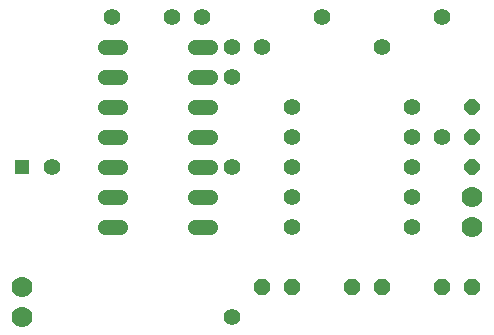
<source format=gtl>
G75*
%MOIN*%
%OFA0B0*%
%FSLAX25Y25*%
%IPPOS*%
%LPD*%
%AMOC8*
5,1,8,0,0,1.08239X$1,22.5*
%
%ADD10C,0.05543*%
%ADD11R,0.04756X0.04756*%
%ADD12C,0.05150*%
%ADD13C,0.07000*%
%ADD14OC8,0.05150*%
%ADD15OC8,0.05200*%
D10*
X0022260Y0061000D03*
X0082260Y0061000D03*
X0102260Y0061000D03*
X0102260Y0071000D03*
X0102260Y0081000D03*
X0082260Y0091000D03*
X0082260Y0101000D03*
X0092260Y0101000D03*
X0072260Y0111000D03*
X0062260Y0111000D03*
X0042260Y0111000D03*
X0112260Y0111000D03*
X0132260Y0101000D03*
X0152260Y0111000D03*
X0142260Y0081000D03*
X0142260Y0071000D03*
X0152260Y0071000D03*
X0142260Y0061000D03*
X0142260Y0051000D03*
X0142260Y0041000D03*
X0102260Y0041000D03*
X0102260Y0051000D03*
X0082260Y0011000D03*
D11*
X0012260Y0061000D03*
D12*
X0039685Y0061000D02*
X0044835Y0061000D01*
X0044835Y0071000D02*
X0039685Y0071000D01*
X0039685Y0081000D02*
X0044835Y0081000D01*
X0044835Y0091000D02*
X0039685Y0091000D01*
X0039685Y0101000D02*
X0044835Y0101000D01*
X0069685Y0101000D02*
X0074835Y0101000D01*
X0074835Y0091000D02*
X0069685Y0091000D01*
X0069685Y0081000D02*
X0074835Y0081000D01*
X0074835Y0071000D02*
X0069685Y0071000D01*
X0069685Y0061000D02*
X0074835Y0061000D01*
X0074835Y0051000D02*
X0069685Y0051000D01*
X0069685Y0041000D02*
X0074835Y0041000D01*
X0044835Y0041000D02*
X0039685Y0041000D01*
X0039685Y0051000D02*
X0044835Y0051000D01*
D13*
X0012260Y0011000D03*
X0012260Y0021000D03*
X0162260Y0041000D03*
X0162260Y0051000D03*
D14*
X0162260Y0061000D03*
X0162260Y0071000D03*
X0162260Y0081000D03*
D15*
X0162260Y0021000D03*
X0152260Y0021000D03*
X0132260Y0021000D03*
X0122260Y0021000D03*
X0102260Y0021000D03*
X0092260Y0021000D03*
M02*

</source>
